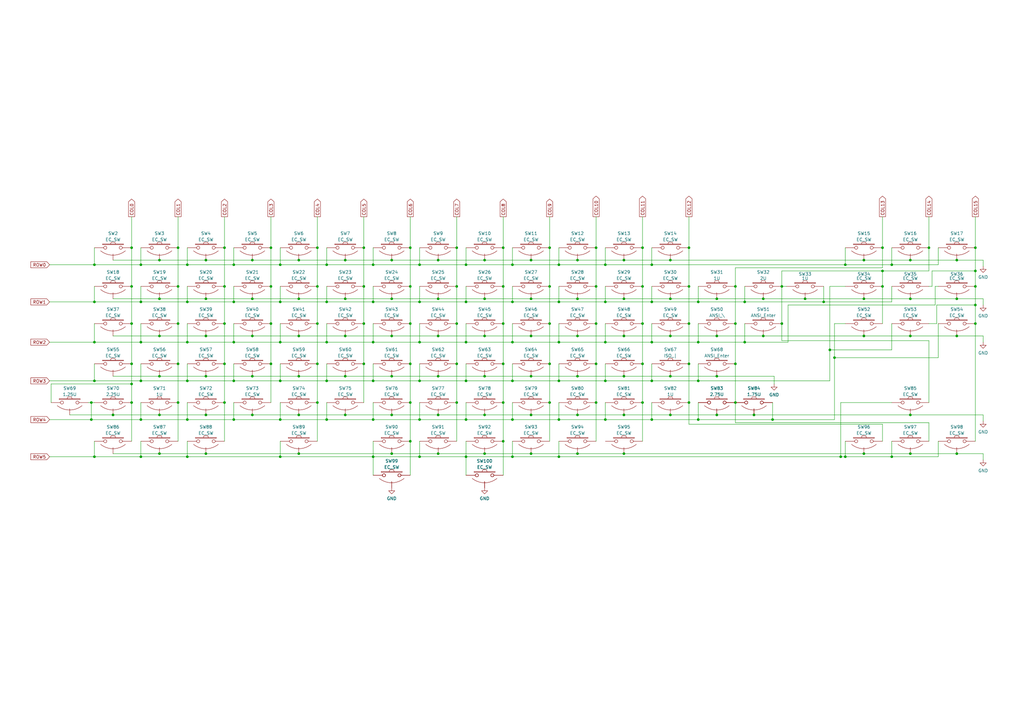
<source format=kicad_sch>
(kicad_sch (version 20211123) (generator eeschema)
  (paper "A3")
  (title_block (title "RF_R1_8-9Xu PCB - Matrix") (date "2022-08-01") (rev "1") (company "Cipulot PCB Design ") (comment 1 "MIT License") (comment 2 "Cipulot"))
  (junction (at 57.785 108.585))
  (junction (at 153.035 187.325))
  (junction (at 263.525 132.715))
  (junction (at 84.455 186.055))
  (junction (at 309.245 170.18))
  (junction (at 38.735 156.21))
  (junction (at 206.375 180.975))
  (junction (at 210.185 108.585))
  (junction (at 217.805 106.68))
  (junction (at 373.38 122.555))
  (junction (at 282.575 165.1))
  (junction (at 103.505 106.68))
  (junction (at 365.76 108.585))
  (junction (at 191.135 123.825))
  (junction (at 373.38 137.795))
  (junction (at 187.325 132.715))
  (junction (at 149.225 101.6))
  (junction (at 53.975 132.715))
  (junction (at 206.375 149.225))
  (junction (at 76.835 156.21))
  (junction (at 38.735 140.335))
  (junction (at 191.135 156.21))
  (junction (at 236.855 186.055))
  (junction (at 392.43 122.555))
  (junction (at 381 101.6))
  (junction (at 320.675 117.475))
  (junction (at 172.085 123.825))
  (junction (at 130.175 149.225))
  (junction (at 187.325 149.225))
  (junction (at 168.275 101.6))
  (junction (at 114.935 108.585))
  (junction (at 294.005 122.555))
  (junction (at 172.085 172.085))
  (junction (at 255.905 106.68))
  (junction (at 274.955 122.555))
  (junction (at 255.905 122.555))
  (junction (at 274.955 170.18))
  (junction (at 46.355 170.18))
  (junction (at 65.405 170.18))
  (junction (at 217.805 122.555))
  (junction (at 38.735 108.585))
  (junction (at 92.075 165.1))
  (junction (at 282.575 149.225))
  (junction (at 168.275 132.715))
  (junction (at 198.755 186.055))
  (junction (at 38.735 123.825))
  (junction (at 274.955 137.795))
  (junction (at 149.225 149.225))
  (junction (at 172.085 187.325))
  (junction (at 57.785 156.21))
  (junction (at 236.855 122.555))
  (junction (at 210.185 123.825))
  (junction (at 160.655 170.18))
  (junction (at 122.555 186.055))
  (junction (at 76.835 172.085))
  (junction (at 130.175 165.1))
  (junction (at 179.705 154.305))
  (junction (at 111.125 149.225))
  (junction (at 198.755 106.68))
  (junction (at 294.005 170.18))
  (junction (at 225.425 165.1))
  (junction (at 361.95 101.6))
  (junction (at 57.785 172.085))
  (junction (at 217.805 170.18))
  (junction (at 244.475 101.6))
  (junction (at 53.975 157.48))
  (junction (at 114.935 140.335))
  (junction (at 365.76 187.325))
  (junction (at 301.625 165.1))
  (junction (at 73.025 165.1))
  (junction (at 38.735 187.325))
  (junction (at 103.505 154.305))
  (junction (at 130.175 117.475))
  (junction (at 111.125 117.475))
  (junction (at 141.605 170.18))
  (junction (at 305.435 123.825))
  (junction (at 198.755 170.18))
  (junction (at 286.385 123.825))
  (junction (at 286.385 172.085))
  (junction (at 84.455 137.795))
  (junction (at 282.575 117.475))
  (junction (at 191.135 140.335))
  (junction (at 37.465 172.085))
  (junction (at 244.475 165.1))
  (junction (at 111.125 132.715))
  (junction (at 153.035 172.085))
  (junction (at 73.025 101.6))
  (junction (at 248.285 123.825))
  (junction (at 133.985 172.085))
  (junction (at 313.055 137.795))
  (junction (at 191.135 172.085))
  (junction (at 73.025 132.715))
  (junction (at 76.835 140.335))
  (junction (at 53.975 117.475))
  (junction (at 84.455 122.555))
  (junction (at 95.885 123.825))
  (junction (at 141.605 154.305))
  (junction (at 305.435 140.335))
  (junction (at 57.785 140.335))
  (junction (at 76.835 108.585))
  (junction (at 53.975 101.6))
  (junction (at 229.235 172.085))
  (junction (at 210.185 172.085))
  (junction (at 153.035 140.335))
  (junction (at 392.43 186.055))
  (junction (at 255.905 186.055))
  (junction (at 130.175 101.6))
  (junction (at 95.885 156.21))
  (junction (at 141.605 106.68))
  (junction (at 248.285 108.585))
  (junction (at 354.33 106.68))
  (junction (at 400.05 117.475))
  (junction (at 267.335 123.825))
  (junction (at 95.885 172.085))
  (junction (at 346.71 108.585))
  (junction (at 210.185 140.335))
  (junction (at 210.185 187.325))
  (junction (at 92.075 132.715))
  (junction (at 361.95 117.475))
  (junction (at 263.525 117.475))
  (junction (at 65.405 186.055))
  (junction (at 400.05 101.6))
  (junction (at 76.835 187.325))
  (junction (at 229.235 123.825))
  (junction (at 172.085 140.335))
  (junction (at 57.785 187.325))
  (junction (at 187.325 101.6))
  (junction (at 172.085 156.21))
  (junction (at 168.275 180.975))
  (junction (at 73.025 149.225))
  (junction (at 346.71 187.325))
  (junction (at 244.475 132.715))
  (junction (at 149.225 117.475))
  (junction (at 153.035 108.585))
  (junction (at 92.075 117.475))
  (junction (at 400.05 125.095))
  (junction (at 236.855 137.795))
  (junction (at 65.405 106.68))
  (junction (at 210.185 156.21))
  (junction (at 229.235 108.585))
  (junction (at 57.785 123.825))
  (junction (at 179.705 170.18))
  (junction (at 160.655 122.555))
  (junction (at 267.335 108.585))
  (junction (at 225.425 149.225))
  (junction (at 53.975 149.225))
  (junction (at 225.425 117.475))
  (junction (at 294.005 137.795))
  (junction (at 248.285 156.21))
  (junction (at 133.985 140.335))
  (junction (at 133.985 108.585))
  (junction (at 267.335 156.21))
  (junction (at 84.455 106.68))
  (junction (at 244.475 149.225))
  (junction (at 65.405 137.795))
  (junction (at 225.425 132.715))
  (junction (at 236.855 170.18))
  (junction (at 133.985 123.825))
  (junction (at 392.43 137.795))
  (junction (at 84.455 154.305))
  (junction (at 187.325 117.475))
  (junction (at 130.175 132.715))
  (junction (at 191.135 187.325))
  (junction (at 263.525 101.6))
  (junction (at 76.835 123.825))
  (junction (at 340.36 143.51))
  (junction (at 149.225 132.715))
  (junction (at 248.285 140.335))
  (junction (at 103.505 122.555))
  (junction (at 122.555 170.18))
  (junction (at 114.935 156.21))
  (junction (at 267.335 140.335))
  (junction (at 217.805 186.055))
  (junction (at 191.135 108.585))
  (junction (at 248.285 172.085))
  (junction (at 65.405 154.305))
  (junction (at 229.235 140.335))
  (junction (at 73.025 117.475))
  (junction (at 354.33 137.795))
  (junction (at 255.905 170.18))
  (junction (at 114.935 187.325))
  (junction (at 206.375 117.475))
  (junction (at 187.325 165.1))
  (junction (at 141.605 122.555))
  (junction (at 342.265 146.685))
  (junction (at 320.675 132.715))
  (junction (at 114.935 172.085))
  (junction (at 286.385 140.335))
  (junction (at 160.655 186.055))
  (junction (at 274.955 106.68))
  (junction (at 225.425 101.6))
  (junction (at 179.705 122.555))
  (junction (at 373.38 186.055))
  (junction (at 153.035 123.825))
  (junction (at 198.755 122.555))
  (junction (at 95.885 140.335))
  (junction (at 236.855 106.68))
  (junction (at 206.375 132.715))
  (junction (at 301.625 132.715))
  (junction (at 316.865 172.085))
  (junction (at 294.005 154.305))
  (junction (at 263.525 149.225))
  (junction (at 206.375 101.6))
  (junction (at 168.275 117.475))
  (junction (at 282.575 101.6))
  (junction (at 330.2 122.555))
  (junction (at 179.705 186.055))
  (junction (at 141.605 137.795))
  (junction (at 160.655 137.795))
  (junction (at 229.235 187.325))
  (junction (at 168.275 149.225))
  (junction (at 400.05 132.715))
  (junction (at 160.655 106.68))
  (junction (at 313.055 122.555))
  (junction (at 92.075 149.225))
  (junction (at 179.705 137.795))
  (junction (at 172.085 108.585))
  (junction (at 122.555 137.795))
  (junction (at 255.905 137.795))
  (junction (at 53.975 165.1))
  (junction (at 392.43 106.68))
  (junction (at 160.655 154.305))
  (junction (at 354.33 122.555))
  (junction (at 267.335 172.085))
  (junction (at 400.05 111.125))
  (junction (at 286.385 156.21))
  (junction (at 373.38 170.18))
  (junction (at 95.885 108.585))
  (junction (at 263.525 165.1))
  (junction (at 114.935 123.825))
  (junction (at 103.505 137.795))
  (junction (at 168.275 165.1))
  (junction (at 229.235 156.21))
  (junction (at 217.805 137.795))
  (junction (at 337.82 123.825))
  (junction (at 301.625 149.225))
  (junction (at 111.125 101.6))
  (junction (at 103.505 170.18))
  (junction (at 361.95 111.125))
  (junction (at 198.755 137.795))
  (junction (at 84.455 170.18))
  (junction (at 92.075 101.6))
  (junction (at 255.905 154.305))
  (junction (at 274.955 154.305))
  (junction (at 37.465 165.1))
  (junction (at 206.375 165.1))
  (junction (at 236.855 154.305))
  (junction (at 282.575 132.715))
  (junction (at 301.625 117.475))
  (junction (at 217.805 154.305))
  (junction (at 122.555 154.305))
  (junction (at 133.985 156.21))
  (junction (at 373.38 106.68))
  (junction (at 65.405 122.555))
  (junction (at 344.805 187.325))
  (junction (at 244.475 117.475))
  (junction (at 122.555 106.68))
  (junction (at 354.33 186.055))
  (junction (at 198.755 154.305))
  (junction (at 179.705 106.68))
  (junction (at 122.555 122.555))
  (junction (at 153.035 156.21))
  (wire (pts (xy 403.225 137.795) (xy 392.43 137.795)))
  (wire (pts (xy 92.075 117.475) (xy 92.075 132.715)))
  (wire (pts (xy 210.185 117.475) (xy 210.185 123.825)))
  (wire (pts (xy 382.27 111.125) (xy 400.05 111.125)))
  (wire (pts (xy 191.135 132.715) (xy 191.135 140.335)))
  (wire (pts (xy 57.785 132.715) (xy 57.785 140.335)))
  (wire (pts (xy 346.71 101.6) (xy 346.71 108.585)))
  (wire (pts (xy 282.575 88.9) (xy 282.575 101.6)))
  (wire (pts (xy 305.435 117.475) (xy 305.435 123.825)))
  (wire (pts (xy 225.425 132.715) (xy 225.425 149.225)))
  (wire (pts (xy 160.655 186.055) (xy 179.705 186.055)))
  (wire (pts (xy 361.95 117.475) (xy 361.95 132.715)))
  (wire (pts (xy 187.325 149.225) (xy 187.325 165.1)))
  (wire (pts (xy 381 173.355) (xy 301.625 173.355)))
  (wire (pts (xy 36.195 165.1) (xy 37.465 165.1)))
  (wire (pts (xy 225.425 88.9) (xy 225.425 101.6)))
  (wire (pts (xy 46.355 186.055) (xy 65.405 186.055)))
  (wire (pts (xy 384.81 132.715) (xy 384.81 146.685)))
  (wire (pts (xy 210.185 108.585) (xy 229.235 108.585)))
  (wire (pts (xy 65.405 170.18) (xy 84.455 170.18)))
  (wire (pts (xy 95.885 140.335) (xy 114.935 140.335)))
  (wire (pts (xy 337.82 117.475) (xy 337.82 123.825)))
  (wire (pts (xy 133.985 165.1) (xy 133.985 172.085)))
  (wire (pts (xy 282.575 117.475) (xy 282.575 132.715)))
  (wire (pts (xy 229.235 180.975) (xy 229.235 187.325)))
  (wire (pts (xy 57.785 156.21) (xy 76.835 156.21)))
  (wire (pts (xy 187.325 165.1) (xy 187.325 180.975)))
  (wire (pts (xy 168.275 88.9) (xy 168.275 101.6)))
  (wire (pts (xy 172.085 101.6) (xy 172.085 108.585)))
  (wire (pts (xy 206.375 149.225) (xy 206.375 165.1)))
  (wire (pts (xy 384.175 125.095) (xy 400.05 125.095)))
  (wire (pts (xy 179.705 122.555) (xy 160.655 122.555)))
  (wire (pts (xy 76.835 108.585) (xy 95.885 108.585)))
  (wire (pts (xy 103.505 106.68) (xy 122.555 106.68)))
  (wire (pts (xy 274.955 137.795) (xy 294.005 137.795)))
  (wire (pts (xy 46.355 154.305) (xy 65.405 154.305)))
  (wire (pts (xy 361.95 101.6) (xy 361.95 109.855)))
  (wire (pts (xy 130.175 132.715) (xy 130.175 149.225)))
  (wire (pts (xy 57.785 108.585) (xy 76.835 108.585)))
  (wire (pts (xy 168.275 165.1) (xy 168.275 180.975)))
  (wire (pts (xy 92.075 165.1) (xy 92.075 180.975)))
  (wire (pts (xy 354.33 106.68) (xy 373.38 106.68)))
  (wire (pts (xy 217.805 137.795) (xy 236.855 137.795)))
  (wire (pts (xy 381 165.1) (xy 381 139.7)))
  (wire (pts (xy 103.505 154.305) (xy 122.555 154.305)))
  (wire (pts (xy 244.475 165.1) (xy 244.475 180.975)))
  (wire (pts (xy 206.375 88.9) (xy 206.375 101.6)))
  (wire (pts (xy 84.455 186.055) (xy 122.555 186.055)))
  (wire (pts (xy 263.525 149.225) (xy 263.525 165.1)))
  (wire (pts (xy 210.185 149.225) (xy 210.185 156.21)))
  (wire (pts (xy 344.805 187.325) (xy 346.71 187.325)))
  (wire (pts (xy 229.235 140.335) (xy 248.285 140.335)))
  (wire (pts (xy 229.235 172.085) (xy 248.285 172.085)))
  (wire (pts (xy 20.32 187.325) (xy 38.735 187.325)))
  (wire (pts (xy 153.035 180.975) (xy 153.035 187.325)))
  (wire (pts (xy 130.175 149.225) (xy 130.175 165.1)))
  (wire (pts (xy 76.835 140.335) (xy 95.885 140.335)))
  (wire (pts (xy 309.245 170.18) (xy 373.38 170.18)))
  (wire (pts (xy 340.36 143.51) (xy 365.76 143.51)))
  (wire (pts (xy 172.085 172.085) (xy 191.135 172.085)))
  (wire (pts (xy 122.555 170.18) (xy 141.605 170.18)))
  (wire (pts (xy 153.035 172.085) (xy 172.085 172.085)))
  (wire (pts (xy 305.435 132.715) (xy 305.435 140.335)))
  (wire (pts (xy 133.985 101.6) (xy 133.985 108.585)))
  (wire (pts (xy 267.335 117.475) (xy 267.335 123.825)))
  (wire (pts (xy 65.405 137.795) (xy 84.455 137.795)))
  (wire (pts (xy 122.555 154.305) (xy 141.605 154.305)))
  (wire (pts (xy 57.785 165.1) (xy 57.785 172.085)))
  (wire (pts (xy 210.185 156.21) (xy 229.235 156.21)))
  (wire (pts (xy 172.085 149.225) (xy 172.085 156.21)))
  (wire (pts (xy 153.035 156.21) (xy 172.085 156.21)))
  (wire (pts (xy 381 132.715) (xy 384.175 132.715)))
  (wire (pts (xy 206.375 165.1) (xy 206.375 180.975)))
  (wire (pts (xy 103.505 170.18) (xy 122.555 170.18)))
  (wire (pts (xy 73.025 101.6) (xy 73.025 117.475)))
  (wire (pts (xy 381 180.975) (xy 381 173.355)))
  (wire (pts (xy 20.955 165.1) (xy 20.955 157.48)))
  (wire (pts (xy 316.865 172.085) (xy 286.385 172.085)))
  (wire (pts (xy 172.085 123.825) (xy 191.135 123.825)))
  (wire (pts (xy 149.225 117.475) (xy 149.225 132.715)))
  (wire (pts (xy 153.035 149.225) (xy 153.035 156.21)))
  (wire (pts (xy 373.38 122.555) (xy 354.33 122.555)))
  (wire (pts (xy 294.005 137.795) (xy 313.055 137.795)))
  (wire (pts (xy 384.81 101.6) (xy 384.81 108.585)))
  (wire (pts (xy 282.575 101.6) (xy 282.575 117.475)))
  (wire (pts (xy 168.275 180.975) (xy 168.275 194.945)))
  (wire (pts (xy 149.225 88.9) (xy 149.225 101.6)))
  (wire (pts (xy 217.805 170.18) (xy 236.855 170.18)))
  (wire (pts (xy 92.075 88.9) (xy 92.075 101.6)))
  (wire (pts (xy 160.655 170.18) (xy 179.705 170.18)))
  (wire (pts (xy 365.76 180.975) (xy 365.76 187.325)))
  (wire (pts (xy 198.755 137.795) (xy 217.805 137.795)))
  (wire (pts (xy 210.185 101.6) (xy 210.185 108.585)))
  (wire (pts (xy 340.36 143.51) (xy 340.36 156.21)))
  (wire (pts (xy 172.085 156.21) (xy 191.135 156.21)))
  (wire (pts (xy 225.425 149.225) (xy 225.425 165.1)))
  (wire (pts (xy 95.885 108.585) (xy 114.935 108.585)))
  (wire (pts (xy 153.035 117.475) (xy 153.035 123.825)))
  (wire (pts (xy 244.475 132.715) (xy 244.475 149.225)))
  (wire (pts (xy 191.135 101.6) (xy 191.135 108.585)))
  (wire (pts (xy 267.335 149.225) (xy 267.335 156.21)))
  (wire (pts (xy 381 88.9) (xy 381 101.6)))
  (wire (pts (xy 313.055 122.555) (xy 294.005 122.555)))
  (wire (pts (xy 382.27 117.475) (xy 381 117.475)))
  (wire (pts (xy 198.755 154.305) (xy 217.805 154.305)))
  (wire (pts (xy 206.375 117.475) (xy 206.375 132.715)))
  (wire (pts (xy 191.135 180.975) (xy 191.135 187.325)))
  (wire (pts (xy 187.325 117.475) (xy 187.325 132.715)))
  (wire (pts (xy 65.405 154.305) (xy 84.455 154.305)))
  (wire (pts (xy 191.135 165.1) (xy 191.135 172.085)))
  (wire (pts (xy 172.085 132.715) (xy 172.085 140.335)))
  (wire (pts (xy 95.885 132.715) (xy 95.885 140.335)))
  (wire (pts (xy 263.525 101.6) (xy 263.525 117.475)))
  (wire (pts (xy 301.625 109.855) (xy 301.625 117.475)))
  (wire (pts (xy 255.905 137.795) (xy 274.955 137.795)))
  (wire (pts (xy 282.575 173.99) (xy 282.575 165.1)))
  (wire (pts (xy 274.955 106.68) (xy 354.33 106.68)))
  (wire (pts (xy 274.955 122.555) (xy 255.905 122.555)))
  (wire (pts (xy 225.425 101.6) (xy 225.425 117.475)))
  (wire (pts (xy 38.735 165.1) (xy 37.465 165.1)))
  (wire (pts (xy 248.285 149.225) (xy 248.285 156.21)))
  (wire (pts (xy 255.905 154.305) (xy 274.955 154.305)))
  (wire (pts (xy 179.705 106.68) (xy 198.755 106.68)))
  (wire (pts (xy 236.855 170.18) (xy 255.905 170.18)))
  (wire (pts (xy 229.235 117.475) (xy 229.235 123.825)))
  (wire (pts (xy 111.125 149.225) (xy 111.125 165.1)))
  (wire (pts (xy 400.05 132.715) (xy 400.05 180.975)))
  (wire (pts (xy 323.215 125.095) (xy 323.215 140.335)))
  (wire (pts (xy 361.95 88.9) (xy 361.95 101.6)))
  (wire (pts (xy 133.985 123.825) (xy 153.035 123.825)))
  (wire (pts (xy 365.76 123.825) (xy 337.82 123.825)))
  (wire (pts (xy 286.385 123.825) (xy 305.435 123.825)))
  (wire (pts (xy 114.935 123.825) (xy 133.985 123.825)))
  (wire (pts (xy 373.38 186.055) (xy 392.43 186.055)))
  (wire (pts (xy 179.705 186.055) (xy 198.755 186.055)))
  (wire (pts (xy 114.935 156.21) (xy 133.985 156.21)))
  (wire (pts (xy 320.675 139.7) (xy 320.675 132.715)))
  (wire (pts (xy 403.225 170.18) (xy 403.225 172.72)))
  (wire (pts (xy 267.335 172.085) (xy 286.385 172.085)))
  (wire (pts (xy 133.985 140.335) (xy 153.035 140.335)))
  (wire (pts (xy 73.025 132.715) (xy 73.025 149.225)))
  (wire (pts (xy 354.33 137.795) (xy 373.38 137.795)))
  (wire (pts (xy 301.625 117.475) (xy 301.625 132.715)))
  (wire (pts (xy 229.235 101.6) (xy 229.235 108.585)))
  (wire (pts (xy 76.835 117.475) (xy 76.835 123.825)))
  (wire (pts (xy 286.385 132.715) (xy 286.385 140.335)))
  (wire (pts (xy 198.755 106.68) (xy 217.805 106.68)))
  (wire (pts (xy 76.835 172.085) (xy 95.885 172.085)))
  (wire (pts (xy 206.375 101.6) (xy 206.375 117.475)))
  (wire (pts (xy 382.27 117.475) (xy 382.27 111.125)))
  (wire (pts (xy 191.135 172.085) (xy 210.185 172.085)))
  (wire (pts (xy 122.555 137.795) (xy 141.605 137.795)))
  (wire (pts (xy 317.5 157.48) (xy 317.5 154.305)))
  (wire (pts (xy 263.525 165.1) (xy 263.525 180.975)))
  (wire (pts (xy 381 111.125) (xy 361.95 111.125)))
  (wire (pts (xy 403.225 106.68) (xy 403.225 109.22)))
  (wire (pts (xy 294.005 122.555) (xy 274.955 122.555)))
  (wire (pts (xy 168.275 149.225) (xy 168.275 165.1)))
  (wire (pts (xy 76.835 180.975) (xy 76.835 187.325)))
  (wire (pts (xy 38.735 180.975) (xy 38.735 187.325)))
  (wire (pts (xy 323.215 140.335) (xy 305.435 140.335)))
  (wire (pts (xy 133.985 132.715) (xy 133.985 140.335)))
  (wire (pts (xy 57.785 180.975) (xy 57.785 187.325)))
  (wire (pts (xy 267.335 132.715) (xy 267.335 140.335)))
  (wire (pts (xy 172.085 165.1) (xy 172.085 172.085)))
  (wire (pts (xy 57.785 117.475) (xy 57.785 123.825)))
  (wire (pts (xy 340.36 156.21) (xy 286.385 156.21)))
  (wire (pts (xy 73.025 165.1) (xy 73.025 180.975)))
  (wire (pts (xy 400.05 88.9) (xy 400.05 101.6)))
  (wire (pts (xy 57.785 140.335) (xy 76.835 140.335)))
  (wire (pts (xy 229.235 156.21) (xy 248.285 156.21)))
  (wire (pts (xy 84.455 106.68) (xy 103.505 106.68)))
  (wire (pts (xy 38.735 132.715) (xy 38.735 140.335)))
  (wire (pts (xy 229.235 132.715) (xy 229.235 140.335)))
  (wire (pts (xy 244.475 88.9) (xy 244.475 101.6)))
  (wire (pts (xy 114.935 108.585) (xy 133.985 108.585)))
  (wire (pts (xy 244.475 101.6) (xy 244.475 117.475)))
  (wire (pts (xy 76.835 187.325) (xy 114.935 187.325)))
  (wire (pts (xy 342.265 172.085) (xy 316.865 172.085)))
  (wire (pts (xy 160.655 122.555) (xy 141.605 122.555)))
  (wire (pts (xy 191.135 187.325) (xy 191.135 194.945)))
  (wire (pts (xy 57.785 187.325) (xy 76.835 187.325)))
  (wire (pts (xy 346.71 117.475) (xy 340.36 117.475)))
  (wire (pts (xy 95.885 101.6) (xy 95.885 108.585)))
  (wire (pts (xy 301.625 132.715) (xy 301.625 149.225)))
  (wire (pts (xy 383.54 117.475) (xy 383.54 125.095)))
  (wire (pts (xy 361.95 173.99) (xy 282.575 173.99)))
  (wire (pts (xy 65.405 106.68) (xy 84.455 106.68)))
  (wire (pts (xy 20.32 156.21) (xy 38.735 156.21)))
  (wire (pts (xy 191.135 108.585) (xy 210.185 108.585)))
  (wire (pts (xy 361.95 111.125) (xy 361.95 117.475)))
  (wire (pts (xy 38.735 149.225) (xy 38.735 156.21)))
  (wire (pts (xy 160.655 154.305) (xy 179.705 154.305)))
  (wire (pts (xy 76.835 156.21) (xy 95.885 156.21)))
  (wire (pts (xy 400.05 111.125) (xy 400.05 117.475)))
  (wire (pts (xy 403.225 137.795) (xy 403.225 140.335)))
  (wire (pts (xy 191.135 117.475) (xy 191.135 123.825)))
  (wire (pts (xy 141.605 137.795) (xy 160.655 137.795)))
  (wire (pts (xy 248.285 172.085) (xy 267.335 172.085)))
  (wire (pts (xy 400.05 117.475) (xy 400.05 125.095)))
  (wire (pts (xy 400.05 125.095) (xy 400.05 132.715)))
  (wire (pts (xy 330.2 122.555) (xy 313.055 122.555)))
  (wire (pts (xy 153.035 132.715) (xy 153.035 140.335)))
  (wire (pts (xy 392.43 122.555) (xy 373.38 122.555)))
  (wire (pts (xy 179.705 170.18) (xy 198.755 170.18)))
  (wire (pts (xy 346.71 187.325) (xy 365.76 187.325)))
  (wire (pts (xy 365.76 117.475) (xy 365.76 123.825)))
  (wire (pts (xy 255.905 106.68) (xy 274.955 106.68)))
  (wire (pts (xy 73.025 88.9) (xy 73.025 101.6)))
  (wire (pts (xy 210.185 123.825) (xy 229.235 123.825)))
  (wire (pts (xy 320.675 117.475) (xy 320.675 132.715)))
  (wire (pts (xy 198.755 122.555) (xy 179.705 122.555)))
  (wire (pts (xy 330.2 122.555) (xy 354.33 122.555)))
  (wire (pts (xy 403.225 106.68) (xy 392.43 106.68)))
  (wire (pts (xy 160.655 137.795) (xy 179.705 137.795)))
  (wire (pts (xy 53.975 117.475) (xy 53.975 132.715)))
  (wire (pts (xy 320.675 117.475) (xy 322.58 117.475)))
  (wire (pts (xy 365.76 187.325) (xy 384.81 187.325)))
  (wire (pts (xy 172.085 117.475) (xy 172.085 123.825)))
  (wire (pts (xy 403.225 186.055) (xy 403.225 188.595)))
  (wire (pts (xy 95.885 123.825) (xy 114.935 123.825)))
  (wire (pts (xy 286.385 149.225) (xy 286.385 156.21)))
  (wire (pts (xy 229.235 149.225) (xy 229.235 156.21)))
  (wire (pts (xy 168.275 101.6) (xy 168.275 117.475)))
  (wire (pts (xy 263.525 117.475) (xy 263.525 132.715)))
  (wire (pts (xy 53.975 157.48) (xy 53.975 165.1)))
  (wire (pts (xy 361.95 111.125) (xy 320.675 111.125)))
  (wire (pts (xy 95.885 149.225) (xy 95.885 156.21)))
  (wire (pts (xy 344.805 165.1) (xy 344.805 187.325)))
  (wire (pts (xy 172.085 140.335) (xy 191.135 140.335)))
  (wire (pts (xy 248.285 117.475) (xy 248.285 123.825)))
  (wire (pts (xy 236.855 137.795) (xy 255.905 137.795)))
  (wire (pts (xy 365.76 132.715) (xy 365.76 143.51)))
  (wire (pts (xy 346.71 108.585) (xy 267.335 108.585)))
  (wire (pts (xy 149.225 101.6) (xy 149.225 117.475)))
  (wire (pts (xy 354.33 186.055) (xy 373.38 186.055)))
  (wire (pts (xy 217.805 106.68) (xy 236.855 106.68)))
  (wire (pts (xy 403.225 122.555) (xy 392.43 122.555)))
  (wire (pts (xy 92.075 149.225) (xy 92.075 165.1)))
  (wire (pts (xy 179.705 154.305) (xy 198.755 154.305)))
  (wire (pts (xy 76.835 149.225) (xy 76.835 156.21)))
  (wire (pts (xy 229.235 165.1) (xy 229.235 172.085)))
  (wire (pts (xy 172.085 187.325) (xy 191.135 187.325)))
  (wire (pts (xy 76.835 101.6) (xy 76.835 108.585)))
  (wire (pts (xy 76.835 123.825) (xy 95.885 123.825)))
  (wire (pts (xy 153.035 187.325) (xy 172.085 187.325)))
  (wire (pts (xy 73.025 149.225) (xy 73.025 165.1)))
  (wire (pts (xy 179.705 137.795) (xy 198.755 137.795)))
  (wire (pts (xy 28.575 170.18) (xy 46.355 170.18)))
  (wire (pts (xy 229.235 108.585) (xy 248.285 108.585)))
  (wire (pts (xy 141.605 154.305) (xy 160.655 154.305)))
  (wire (pts (xy 53.975 149.225) (xy 53.975 157.48)))
  (wire (pts (xy 168.275 132.715) (xy 168.275 149.225)))
  (wire (pts (xy 294.005 170.18) (xy 309.245 170.18)))
  (wire (pts (xy 236.855 122.555) (xy 217.805 122.555)))
  (wire (pts (xy 114.935 149.225) (xy 114.935 156.21)))
  (wire (pts (xy 57.785 149.225) (xy 57.785 156.21)))
  (wire (pts (xy 122.555 106.68) (xy 141.605 106.68)))
  (wire (pts (xy 236.855 186.055) (xy 255.905 186.055)))
  (wire (pts (xy 57.785 172.085) (xy 76.835 172.085)))
  (wire (pts (xy 274.955 170.18) (xy 294.005 170.18)))
  (wire (pts (xy 130.175 88.9) (xy 130.175 101.6)))
  (wire (pts (xy 267.335 123.825) (xy 286.385 123.825)))
  (wire (pts (xy 381 139.7) (xy 320.675 139.7)))
  (wire (pts (xy 236.855 154.305) (xy 255.905 154.305)))
  (wire (pts (xy 172.085 180.975) (xy 172.085 187.325)))
  (wire (pts (xy 229.235 187.325) (xy 344.805 187.325)))
  (wire (pts (xy 210.185 165.1) (xy 210.185 172.085)))
  (wire (pts (xy 248.285 123.825) (xy 267.335 123.825)))
  (wire (pts (xy 122.555 186.055) (xy 160.655 186.055)))
  (wire (pts (xy 217.805 122.555) (xy 198.755 122.555)))
  (wire (pts (xy 111.125 88.9) (xy 111.125 101.6)))
  (wire (pts (xy 191.135 149.225) (xy 191.135 156.21)))
  (wire (pts (xy 38.735 108.585) (xy 57.785 108.585)))
  (wire (pts (xy 53.975 88.9) (xy 53.975 101.6)))
  (wire (pts (xy 263.525 88.9) (xy 263.525 101.6)))
  (wire (pts (xy 84.455 137.795) (xy 103.505 137.795)))
  (wire (pts (xy 160.655 106.68) (xy 179.705 106.68)))
  (wire (pts (xy 38.735 117.475) (xy 38.735 123.825)))
  (wire (pts (xy 198.755 170.18) (xy 217.805 170.18)))
  (wire (pts (xy 103.505 137.795) (xy 122.555 137.795)))
  (wire (pts (xy 210.185 132.715) (xy 210.185 140.335)))
  (wire (pts (xy 76.835 132.715) (xy 76.835 140.335)))
  (wire (pts (xy 365.76 108.585) (xy 346.71 108.585)))
  (wire (pts (xy 225.425 117.475) (xy 225.425 132.715)))
  (wire (pts (xy 267.335 156.21) (xy 286.385 156.21)))
  (wire (pts (xy 384.175 132.715) (xy 384.175 125.095)))
  (wire (pts (xy 103.505 122.555) (xy 84.455 122.555)))
  (wire (pts (xy 20.32 123.825) (xy 38.735 123.825)))
  (wire (pts (xy 76.835 165.1) (xy 76.835 172.085)))
  (wire (pts (xy 38.735 101.6) (xy 38.735 108.585)))
  (wire (pts (xy 301.625 149.225) (xy 301.625 165.1)))
  (wire (pts (xy 95.885 165.1) (xy 95.885 172.085)))
  (wire (pts (xy 111.125 117.475) (xy 111.125 132.715)))
  (wire (pts (xy 153.035 123.825) (xy 172.085 123.825)))
  (wire (pts (xy 383.54 117.475) (xy 384.81 117.475)))
  (wire (pts (xy 198.755 186.055) (xy 217.805 186.055)))
  (wire (pts (xy 133.985 156.21) (xy 153.035 156.21)))
  (wire (pts (xy 46.355 137.795) (xy 65.405 137.795)))
  (wire (pts (xy 65.405 122.555) (xy 46.355 122.555)))
  (wire (pts (xy 53.975 132.715) (xy 53.975 149.225)))
  (wire (pts (xy 114.935 140.335) (xy 133.985 140.335)))
  (wire (pts (xy 20.32 108.585) (xy 38.735 108.585)))
  (wire (pts (xy 248.285 108.585) (xy 267.335 108.585)))
  (wire (pts (xy 114.935 101.6) (xy 114.935 108.585)))
  (wire (pts (xy 286.385 165.1) (xy 286.385 172.085)))
  (wire (pts (xy 95.885 156.21) (xy 114.935 156.21)))
  (wire (pts (xy 255.905 186.055) (xy 354.33 186.055)))
  (wire (pts (xy 286.385 140.335) (xy 305.435 140.335)))
  (wire (pts (xy 149.225 132.715) (xy 149.225 149.225)))
  (wire (pts (xy 53.975 165.1) (xy 53.975 180.975)))
  (wire (pts (xy 133.985 108.585) (xy 153.035 108.585)))
  (wire (pts (xy 133.985 172.085) (xy 153.035 172.085)))
  (wire (pts (xy 53.975 101.6) (xy 53.975 117.475)))
  (wire (pts (xy 46.355 106.68) (xy 65.405 106.68)))
  (wire (pts (xy 340.36 117.475) (xy 340.36 143.51)))
  (wire (pts (xy 38.735 156.21) (xy 57.785 156.21)))
  (wire (pts (xy 361.95 180.975) (xy 361.95 173.99)))
  (wire (pts (xy 57.785 101.6) (xy 57.785 108.585)))
  (wire (pts (xy 92.075 132.715) (xy 92.075 149.225)))
  (wire (pts (xy 114.935 132.715) (xy 114.935 140.335)))
  (wire (pts (xy 46.355 170.18) (xy 65.405 170.18)))
  (wire (pts (xy 141.605 106.68) (xy 160.655 106.68)))
  (wire (pts (xy 111.125 101.6) (xy 111.125 117.475)))
  (wire (pts (xy 73.025 117.475) (xy 73.025 132.715)))
  (wire (pts (xy 342.265 146.685) (xy 342.265 172.085)))
  (wire (pts (xy 373.38 106.68) (xy 392.43 106.68)))
  (wire (pts (xy 114.935 172.085) (xy 133.985 172.085)))
  (wire (pts (xy 210.185 140.335) (xy 229.235 140.335)))
  (wire (pts (xy 381 101.6) (xy 381 111.125)))
  (wire (pts (xy 365.76 165.1) (xy 344.805 165.1)))
  (wire (pts (xy 37.465 165.1) (xy 37.465 172.085)))
  (wire (pts (xy 210.185 172.085) (xy 229.235 172.085)))
  (wire (pts (xy 384.81 180.975) (xy 384.81 187.325)))
  (wire (pts (xy 187.325 88.9) (xy 187.325 101.6)))
  (wire (pts (xy 365.76 101.6) (xy 365.76 108.585)))
  (wire (pts (xy 210.185 187.325) (xy 229.235 187.325)))
  (wire (pts (xy 111.125 132.715) (xy 111.125 149.225)))
  (wire (pts (xy 267.335 140.335) (xy 286.385 140.335)))
  (wire (pts (xy 168.275 117.475) (xy 168.275 132.715)))
  (wire (pts (xy 114.935 165.1) (xy 114.935 172.085)))
  (wire (pts (xy 217.805 154.305) (xy 236.855 154.305)))
  (wire (pts (xy 384.81 108.585) (xy 365.76 108.585)))
  (wire (pts (xy 267.335 165.1) (xy 267.335 172.085)))
  (wire (pts (xy 206.375 132.715) (xy 206.375 149.225)))
  (wire (pts (xy 141.605 122.555) (xy 122.555 122.555)))
  (wire (pts (xy 114.935 180.975) (xy 114.935 187.325)))
  (wire (pts (xy 153.035 140.335) (xy 172.085 140.335)))
  (wire (pts (xy 191.135 187.325) (xy 210.185 187.325)))
  (wire (pts (xy 38.735 187.325) (xy 57.785 187.325)))
  (wire (pts (xy 383.54 125.095) (xy 323.215 125.095)))
  (wire (pts (xy 38.735 123.825) (xy 57.785 123.825)))
  (wire (pts (xy 248.285 156.21) (xy 267.335 156.21)))
  (wire (pts (xy 317.5 154.305) (xy 294.005 154.305)))
  (wire (pts (xy 286.385 117.475) (xy 286.385 123.825)))
  (wire (pts (xy 187.325 132.715) (xy 187.325 149.225)))
  (wire (pts (xy 38.735 140.335) (xy 57.785 140.335)))
  (wire (pts (xy 403.225 186.055) (xy 392.43 186.055)))
  (wire (pts (xy 84.455 154.305) (xy 103.505 154.305)))
  (wire (pts (xy 65.405 186.055) (xy 84.455 186.055)))
  (wire (pts (xy 141.605 170.18) (xy 160.655 170.18)))
  (wire (pts (xy 122.555 122.555) (xy 103.505 122.555)))
  (wire (pts (xy 206.375 180.975) (xy 206.375 194.945)))
  (wire (pts (xy 274.955 154.305) (xy 294.005 154.305)))
  (wire (pts (xy 244.475 149.225) (xy 244.475 165.1)))
  (wire (pts (xy 248.285 140.335) (xy 267.335 140.335)))
  (wire (pts (xy 130.175 165.1) (xy 130.175 180.975)))
  (wire (pts (xy 133.985 117.475) (xy 133.985 123.825)))
  (wire (pts (xy 20.32 172.085) (xy 37.465 172.085)))
  (wire (pts (xy 153.035 165.1) (xy 153.035 172.085)))
  (wire (pts (xy 248.285 101.6) (xy 248.285 108.585)))
  (wire (pts (xy 210.185 180.975) (xy 210.185 187.325)))
  (wire (pts (xy 133.985 149.225) (xy 133.985 156.21)))
  (wire (pts (xy 37.465 172.085) (xy 57.785 172.085)))
  (wire (pts (xy 153.035 187.325) (xy 153.035 194.945)))
  (wire (pts (xy 263.525 132.715) (xy 263.525 149.225)))
  (wire (pts (xy 320.675 111.125) (xy 320.675 117.475)))
  (wire (pts (xy 282.575 149.225) (xy 282.575 165.1)))
  (wire (pts (xy 313.055 137.795) (xy 354.33 137.795)))
  (wire (pts (xy 20.32 140.335) (xy 38.735 140.335)))
  (wire (pts (xy 236.855 106.68) (xy 255.905 106.68)))
  (wire (pts (xy 373.38 137.795) (xy 392.43 137.795)))
  (wire (pts (xy 373.38 170.18) (xy 403.225 170.18)))
  (wire (pts (xy 229.235 123.825) (xy 248.285 123.825)))
  (wire (pts (xy 149.225 149.225) (xy 149.225 165.1)))
  (wire (pts (xy 114.935 187.325) (xy 153.035 187.325)))
  (wire (pts (xy 255.905 170.18) (xy 274.955 170.18)))
  (wire (pts (xy 282.575 132.715) (xy 282.575 149.225)))
  (wire (pts (xy 217.805 186.055) (xy 236.855 186.055)))
  (wire (pts (xy 248.285 165.1) (xy 248.285 172.085)))
  (wire (pts (xy 346.71 180.975) (xy 346.71 187.325)))
  (wire (pts (xy 248.285 132.715) (xy 248.285 140.335)))
  (wire (pts (xy 305.435 123.825) (xy 337.82 123.825)))
  (wire (pts (xy 403.225 122.555) (xy 403.225 125.095)))
  (wire (pts (xy 172.085 108.585) (xy 191.135 108.585)))
  (wire (pts (xy 95.885 117.475) (xy 95.885 123.825)))
  (wire (pts (xy 342.265 132.715) (xy 342.265 146.685)))
  (wire (pts (xy 191.135 156.21) (xy 210.185 156.21)))
  (wire (pts (xy 225.425 165.1) (xy 225.425 180.975)))
  (wire (pts (xy 187.325 101.6) (xy 187.325 117.475)))
  (wire (pts (xy 57.785 123.825) (xy 76.835 123.825)))
  (wire (pts (xy 255.905 122.555) (xy 236.855 122.555)))
  (wire (pts (xy 92.075 101.6) (xy 92.075 117.475)))
  (wire (pts (xy 316.865 165.1) (xy 316.865 172.085)))
  (wire (pts (xy 95.885 172.085) (xy 114.935 172.085)))
  (wire (pts (xy 84.455 122.555) (xy 65.405 122.555)))
  (wire (pts (xy 130.175 117.475) (xy 130.175 132.715)))
  (wire (pts (xy 153.035 108.585) (xy 172.085 108.585)))
  (wire (pts (xy 267.335 101.6) (xy 267.335 108.585)))
  (wire (pts (xy 20.955 157.48) (xy 53.975 157.48)))
  (wire (pts (xy 130.175 101.6) (xy 130.175 117.475)))
  (wire (pts (xy 191.135 123.825) (xy 210.185 123.825)))
  (wire (pts (xy 244.475 117.475) (xy 244.475 132.715)))
  (wire (pts (xy 84.455 170.18) (xy 103.505 170.18)))
  (wire (pts (xy 361.95 109.855) (xy 301.625 109.855)))
  (wire (pts (xy 346.71 132.715) (xy 342.265 132.715)))
  (wire (pts (xy 114.935 117.475) (xy 114.935 123.825)))
  (wire (pts (xy 400.05 101.6) (xy 400.05 111.125)))
  (wire (pts (xy 301.625 173.355) (xy 301.625 165.1)))
  (wire (pts (xy 153.035 101.6) (xy 153.035 108.585)))
  (wire (pts (xy 384.81 146.685) (xy 342.265 146.685)))
  (wire (pts (xy 191.135 140.335) (xy 210.185 140.335)))
  (global_label "COL12" (shape output) (at 282.575 88.9 90) (property "Intersheet References" "${INTERSHEET_REFS}" (effects hide)))
  (global_label "COL15" (shape output) (at 400.05 88.9 90) (property "Intersheet References" "${INTERSHEET_REFS}" (effects hide)))
  (global_label "ROW1" (shape input) (at 20.32 123.825 180) (property "Intersheet References" "${INTERSHEET_REFS}" (effects hide)))
  (global_label "COL4" (shape output) (at 130.175 88.9 90) (property "Intersheet References" "${INTERSHEET_REFS}" (effects hide)))
  (global_label "COL8" (shape output) (at 206.375 88.9 90) (property "Intersheet References" "${INTERSHEET_REFS}" (effects hide)))
  (global_label "COL13" (shape output) (at 361.95 88.9 90) (property "Intersheet References" "${INTERSHEET_REFS}" (effects hide)))
  (global_label "ROW0" (shape input) (at 20.32 108.585 180) (property "Intersheet References" "${INTERSHEET_REFS}" (effects hide)))
  (global_label "COL0" (shape output) (at 53.975 88.9 90) (property "Intersheet References" "${INTERSHEET_REFS}" (effects hide)))
  (global_label "ROW4" (shape input) (at 20.32 172.085 180) (property "Intersheet References" "${INTERSHEET_REFS}" (effects hide)))
  (global_label "ROW2" (shape input) (at 20.32 140.335 180) (property "Intersheet References" "${INTERSHEET_REFS}" (effects hide)))
  (global_label "COL2" (shape output) (at 92.075 88.9 90) (property "Intersheet References" "${INTERSHEET_REFS}" (effects hide)))
  (global_label "COL10" (shape output) (at 244.475 88.9 90) (property "Intersheet References" "${INTERSHEET_REFS}" (effects hide)))
  (global_label "COL7" (shape output) (at 187.325 88.9 90) (property "Intersheet References" "${INTERSHEET_REFS}" (effects hide)))
  (global_label "COL1" (shape output) (at 73.025 88.9 90) (property "Intersheet References" "${INTERSHEET_REFS}" (effects hide)))
  (global_label "ROW3" (shape input) (at 20.32 156.21 180) (property "Intersheet References" "${INTERSHEET_REFS}" (effects hide)))
  (global_label "COL5" (shape output) (at 149.225 88.9 90) (property "Intersheet References" "${INTERSHEET_REFS}" (effects hide)))
  (global_label "COL9" (shape output) (at 225.425 88.9 90) (property "Intersheet References" "${INTERSHEET_REFS}" (effects hide)))
  (global_label "COL14" (shape output) (at 381 88.9 90) (property "Intersheet References" "${INTERSHEET_REFS}" (effects hide)))
  (global_label "COL6" (shape output) (at 168.275 88.9 90) (property "Intersheet References" "${INTERSHEET_REFS}" (effects hide)))
  (global_label "COL11" (shape output) (at 263.525 88.9 90) (property "Intersheet References" "${INTERSHEET_REFS}" (effects hide)))
  (global_label "ROW5" (shape input) (at 20.32 187.325 180) (property "Intersheet References" "${INTERSHEET_REFS}" (effects hide)))
  (global_label "COL3" (shape output) (at 111.125 88.9 90) (property "Intersheet References" "${INTERSHEET_REFS}" (effects hide)))
  (symbol (lib_id "cipulot_parts:EC_SW") (at 65.405 101.6 0) (unit 1)
    (property "Reference" "SW3" (at 65.405 95.7412 0))
    (property "Value" "EC_SW" (at 65.405 98.2781 0))
    (property "Footprint" "cipulot_parts:ecs_pad_no_ring" (effects hide))
  )
  (symbol (lib_id "cipulot_parts:EC_SW") (at 103.505 132.715 0) (unit 1)
    (property "Reference" "SW40" (at 103.505 126.8562 0))
    (property "Value" "EC_SW" (at 103.505 129.3931 0))
    (property "Footprint" "cipulot_parts:ecs_pad_no_ring" (effects hide))
  )
  (symbol (lib_id "cipulot_parts:EC_SW") (at 217.805 132.715 0) (unit 1)
    (property "Reference" "SW46" (at 217.805 126.8562 0))
    (property "Value" "EC_SW" (at 217.805 129.3931 0))
    (property "Footprint" "cipulot_parts:ecs_pad_no_ring" (effects hide))
  )
  (symbol (lib_id "cipulot_parts:EC_SW") (at 373.38 101.6 0) (unit 1)
    (property "Reference" "SW16" (at 373.38 95.7412 0))
    (property "Value" "EC_SW" (at 373.38 98.2781 0))
    (property "Footprint" "cipulot_parts:ecs_pad_no_ring" (effects hide))
  )
  (symbol (lib_id "cipulot_parts:EC_SW") (at 122.555 101.6 0) (unit 1)
    (property "Reference" "SW6" (at 122.555 95.7412 0))
    (property "Value" "EC_SW" (at 122.555 98.2781 0))
    (property "Footprint" "cipulot_parts:ecs_pad_no_ring" (effects hide))
  )
  (symbol (lib_id "cipulot_parts:EC_SW") (at 160.655 165.1 0) (unit 1)
    (property "Reference" "SW76" (at 160.655 159.2412 0))
    (property "Value" "EC_SW" (at 160.655 161.7781 0))
    (property "Footprint" "cipulot_parts:ecs_pad_no_ring" (effects hide))
  )
  (symbol (lib_id "cipulot_parts:EC_SW") (at 236.855 132.715 0) (unit 1)
    (property "Reference" "SW47" (at 236.855 126.8562 0))
    (property "Value" "EC_SW" (at 236.855 129.3931 0))
    (property "Footprint" "cipulot_parts:ecs_pad_no_ring" (effects hide))
  )
  (symbol (lib_id "cipulot_parts:EC_SW") (at 313.055 117.475 0) (unit 1)
    (property "Reference" "SW32" (at 313.055 111.6162 0))
    (property "Value" "2U" (at 313.055 114.1531 0))
    (property "Footprint" "cipulot_parts:ecs_pad_no_ring" (effects hide))
  )
  (symbol (lib_id "cipulot_parts:EC_SW") (at 141.605 149.225 0) (unit 1)
    (property "Reference" "SW60" (at 141.605 143.3662 0))
    (property "Value" "EC_SW" (at 141.605 145.9031 0))
    (property "Footprint" "cipulot_parts:ecs_pad_no_ring" (effects hide))
  )
  (symbol (lib_id "cipulot_parts:EC_SW") (at 217.805 180.975 0) (unit 1)
    (property "Reference" "SW93" (at 217.805 175.1162 0))
    (property "Value" "EC_SW" (at 217.805 177.6531 0))
    (property "Footprint" "cipulot_parts:ecs_pad_no_ring_stepped&normal" (effects hide))
  )
  (symbol (lib_id "cipulot_parts:EC_SW") (at 236.855 101.6 0) (unit 1)
    (property "Reference" "SW12" (at 236.855 95.7412 0))
    (property "Value" "EC_SW" (at 236.855 98.2781 0))
    (property "Footprint" "cipulot_parts:ecs_pad_no_ring" (effects hide))
  )
  (symbol (lib_id "cipulot_parts:EC_SW") (at 354.33 180.975 0) (unit 1)
    (property "Reference" "SW96" (at 354.33 175.1162 0))
    (property "Value" "EC_SW" (at 354.33 177.6531 0))
    (property "Footprint" "cipulot_parts:ecs_pad_no_ring" (effects hide))
  )
  (symbol (lib_id "cipulot_parts:EC_SW") (at 373.38 132.715 0) (unit 1)
    (property "Reference" "SW53" (at 373.38 126.8562 0))
    (property "Value" "EC_SW" (at 373.38 129.3931 0))
    (property "Footprint" "cipulot_parts:ecs_pad_no_ring" (effects hide))
  )
  (symbol (lib_id "cipulot_parts:EC_SW") (at 294.005 149.225 0) (unit 1)
    (property "Reference" "SW68" (at 294.005 143.3662 0))
    (property "Value" "ANSI_Enter" (at 294.005 145.9031 0))
    (property "Footprint" "cipulot_parts:ecs_pad_no_ring" (effects hide))
  )
  (symbol (lib_id "cipulot_parts:EC_SW") (at 103.505 165.1 0) (unit 1)
    (property "Reference" "SW73" (at 103.505 159.2412 0))
    (property "Value" "EC_SW" (at 103.505 161.7781 0))
    (property "Footprint" "cipulot_parts:ecs_pad_no_ring" (effects hide))
  )
  (symbol (lib_id "cipulot_parts:EC_SW") (at 392.43 101.6 0) (unit 1)
    (property "Reference" "SW17" (at 392.43 95.7412 0))
    (property "Value" "EC_SW" (at 392.43 98.2781 0))
    (property "Footprint" "cipulot_parts:ecs_pad_no_ring" (effects hide))
  )
  (symbol (lib_id "cipulot_parts:EC_SW") (at 198.755 132.715 0) (unit 1)
    (property "Reference" "SW45" (at 198.755 126.8562 0))
    (property "Value" "EC_SW" (at 198.755 129.3931 0))
    (property "Footprint" "cipulot_parts:ecs_pad_no_ring" (effects hide))
  )
  (symbol (lib_id "cipulot_parts:EC_SW") (at 274.955 149.225 0) (unit 1)
    (property "Reference" "SW67" (at 274.955 143.3662 0))
    (property "Value" "ISO_|" (at 274.955 145.9031 0))
    (property "Footprint" "cipulot_parts:ecs_pad_no_ring" (effects hide))
  )
  (symbol (lib_id "cipulot_parts:EC_SW") (at 179.705 101.6 0) (unit 1)
    (property "Reference" "SW9" (at 179.705 95.7412 0))
    (property "Value" "EC_SW" (at 179.705 98.2781 0))
    (property "Footprint" "cipulot_parts:ecs_pad_no_ring" (effects hide))
  )
  (symbol (lib_id "cipulot_parts:EC_SW") (at 373.38 165.1 0) (unit 1)
    (property "Reference" "SW85" (at 373.38 159.2412 0))
    (property "Value" "EC_SW" (at 373.38 161.7781 0))
    (property "Footprint" "cipulot_parts:ecs_pad_no_ring" (effects hide))
  )
  (symbol (lib_id "cipulot_parts:EC_SW") (at 236.855 117.475 0) (unit 1)
    (property "Reference" "SW28" (at 236.855 111.6162 0))
    (property "Value" "EC_SW" (at 236.855 114.1531 0))
    (property "Footprint" "cipulot_parts:ecs_pad_no_ring" (effects hide))
  )
  (symbol (lib_id "cipulot_parts:EC_SW") (at 84.455 101.6 0) (unit 1)
    (property "Reference" "SW4" (at 84.455 95.7412 0))
    (property "Value" "EC_SW" (at 84.455 98.2781 0))
    (property "Footprint" "cipulot_parts:ecs_pad_no_ring" (effects hide))
  )
  (symbol (lib_id "cipulot_parts:EC_SW") (at 160.655 180.975 0) (unit 1)
    (property "Reference" "SW90" (at 160.655 175.1162 0))
    (property "Value" "EC_SW" (at 160.655 177.6531 0))
    (property "Footprint" "cipulot_parts:ecs_pad_no_ring_stepped&normal" (effects hide))
  )
  (symbol (lib_id "cipulot_parts:EC_SW") (at 84.455 132.715 0) (unit 1)
    (property "Reference" "SW39" (at 84.455 126.8562 0))
    (property "Value" "EC_SW" (at 84.455 129.3931 0))
    (property "Footprint" "cipulot_parts:ecs_pad_no_ring" (effects hide))
  )
  (symbol (lib_id "cipulot_parts:EC_SW") (at 236.855 165.1 0) (unit 1)
    (property "Reference" "SW80" (at 236.855 159.2412 0))
    (property "Value" "EC_SW" (at 236.855 161.7781 0))
    (property "Footprint" "cipulot_parts:ecs_pad_no_ring" (effects hide))
  )
  (symbol (lib_id "cipulot_parts:EC_SW") (at 274.955 101.6 0) (unit 1)
    (property "Reference" "SW14" (at 274.955 95.7412 0))
    (property "Value" "EC_SW" (at 274.955 98.2781 0))
    (property "Footprint" "cipulot_parts:ecs_pad_no_ring" (effects hide))
  )
  (symbol (lib_id "cipulot_parts:EC_SW") (at 179.705 149.225 0) (unit 1)
    (property "Reference" "SW62" (at 179.705 143.3662 0))
    (property "Value" "EC_SW" (at 179.705 145.9031 0))
    (property "Footprint" "cipulot_parts:ecs_pad_no_ring" (effects hide))
  )
  (symbol (lib_id "cipulot_parts:EC_SW") (at 160.655 149.225 0) (unit 1)
    (property "Reference" "SW61" (at 160.655 143.3662 0))
    (property "Value" "EC_SW" (at 160.655 145.9031 0))
    (property "Footprint" "cipulot_parts:ecs_pad_no_ring" (effects hide))
  )
  (symbol (lib_id "cipulot_parts:EC_SW") (at 179.705 117.475 0) (unit 1)
    (property "Reference" "SW25" (at 179.705 111.6162 0))
    (property "Value" "EC_SW" (at 179.705 114.1531 0))
    (property "Footprint" "cipulot_parts:ecs_pad_no_ring" (effects hide))
  )
  (symbol (lib_id "cipulot_parts:EC_SW") (at 160.655 194.945 0) (unit 1)
    (property "Reference" "SW99" (at 160.655 189.0862 0))
    (property "Value" "EC_SW" (at 160.655 191.6231 0))
    (property "Footprint" "cipulot_parts:ecs_pad_no_ring" (effects hide))
  )
  (symbol (lib_id "cipulot_parts:EC_SW") (at 65.405 132.715 0) (unit 1)
    (property "Reference" "SW38" (at 65.405 126.8562 0))
    (property "Value" "EC_SW" (at 65.405 129.3931 0))
    (property "Footprint" "cipulot_parts:ecs_pad_no_ring" (effects hide))
  )
  (symbol (lib_id "cipulot_parts:EC_SW") (at 103.505 101.6 0) (unit 1)
    (property "Reference" "SW5" (at 103.505 95.7412 0))
    (property "Value" "EC_SW" (at 103.505 98.2781 0))
    (property "Footprint" "cipulot_parts:ecs_pad_no_ring" (effects hide))
  )
  (symbol (lib_id "cipulot_parts:EC_SW") (at 309.245 165.1 0) (mirror y) (unit 1)
    (property "Reference" "SW84" (at 309.245 159.2412 0))
    (property "Value" "1.75U" (at 309.245 161.7781 0))
    (property "Footprint" "cipulot_parts:ecs_pad_no_ring" (effects hide))
  )
  (symbol (lib_id "cipulot_parts:EC_SW") (at 122.555 117.475 0) (unit 1)
    (property "Reference" "SW22" (at 122.555 111.6162 0))
    (property "Value" "EC_SW" (at 122.555 114.1531 0))
    (property "Footprint" "cipulot_parts:ecs_pad_no_ring" (effects hide))
  )
  (symbol (lib_id "cipulot_parts:EC_SW") (at 160.655 132.715 0) (unit 1)
    (property "Reference" "SW43" (at 160.655 126.8562 0))
    (property "Value" "EC_SW" (at 160.655 129.3931 0))
    (property "Footprint" "cipulot_parts:ecs_pad_no_ring" (effects hide))
  )
  (symbol (lib_id "cipulot_parts:EC_SW") (at 354.33 117.475 0) (unit 1)
    (property "Reference" "SW34" (at 354.33 112.395 0))
    (property "Value" "EC_SW" (at 354.33 114.1531 0))
    (property "Footprint" "cipulot_parts:ecs_pad_no_ring" (effects hide))
  )
  (symbol (lib_id "power:GND") (at 403.225 109.22 0) (unit 1)
    (property "Reference" "#PWR039" (effects hide))
    (property "Value" "GND" (at 403.225 113.6634 0))
  )
  (symbol (lib_id "cipulot_parts:EC_SW") (at 65.405 117.475 0) (unit 1)
    (property "Reference" "SW19" (at 65.405 111.6162 0))
    (property "Value" "EC_SW" (at 65.405 114.1531 0))
    (property "Footprint" "cipulot_parts:ecs_pad_no_ring" (effects hide))
  )
  (symbol (lib_id "cipulot_parts:EC_SW") (at 392.43 117.475 0) (unit 1)
    (property "Reference" "SW36" (at 392.43 112.395 0))
    (property "Value" "EC_SW" (at 392.43 114.1531 0))
    (property "Footprint" "cipulot_parts:ecs_pad_no_ring" (effects hide))
  )
  (symbol (lib_id "cipulot_parts:EC_SW") (at 103.505 149.225 0) (unit 1)
    (property "Reference" "SW58" (at 103.505 143.3662 0))
    (property "Value" "EC_SW" (at 103.505 145.9031 0))
    (property "Footprint" "cipulot_parts:ecs_pad_no_ring" (effects hide))
  )
  (symbol (lib_id "power:GND") (at 198.755 200.025 0) (unit 1)
    (property "Reference" "#PWR046" (effects hide))
    (property "Value" "GND" (at 198.755 204.4684 0))
  )
  (symbol (lib_id "cipulot_parts:EC_SW") (at 65.405 149.225 0) (unit 1)
    (property "Reference" "SW56" (at 65.405 143.3662 0))
    (property "Value" "EC_SW" (at 65.405 145.9031 0))
    (property "Footprint" "cipulot_parts:ecs_pad_no_ring" (effects hide))
  )
  (symbol (lib_id "cipulot_parts:EC_SW") (at 255.905 149.225 0) (unit 1)
    (property "Reference" "SW66" (at 255.905 143.3662 0))
    (property "Value" "EC_SW" (at 255.905 145.9031 0))
    (property "Footprint" "cipulot_parts:ecs_pad_no_ring" (effects hide))
  )
  (symbol (lib_id "cipulot_parts:EC_SW") (at 84.455 165.1 0) (unit 1)
    (property "Reference" "SW72" (at 84.455 159.2412 0))
    (property "Value" "EC_SW" (at 84.455 161.7781 0))
    (property "Footprint" "cipulot_parts:ecs_pad_no_ring" (effects hide))
  )
  (symbol (lib_id "cipulot_parts:EC_SW") (at 217.805 165.1 0) (unit 1)
    (property "Reference" "SW79" (at 217.805 159.2412 0))
    (property "Value" "EC_SW" (at 217.805 161.7781 0))
    (property "Footprint" "cipulot_parts:ecs_pad_no_ring" (effects hide))
  )
  (symbol (lib_id "cipulot_parts:EC_SW") (at 373.38 117.475 0) (unit 1)
    (property "Reference" "SW35" (at 373.38 112.395 0))
    (property "Value" "EC_SW" (at 373.38 114.1531 0))
    (property "Footprint" "cipulot_parts:ecs_pad_no_ring" (effects hide))
  )
  (symbol (lib_id "cipulot_parts:EC_SW") (at 198.755 101.6 0) (unit 1)
    (property "Reference" "SW10" (at 198.755 95.7412 0))
    (property "Value" "EC_SW" (at 198.755 98.2781 0))
    (property "Footprint" "cipulot_parts:ecs_pad_no_ring" (effects hide))
  )
  (symbol (lib_id "cipulot_parts:EC_SW") (at 160.655 101.6 0) (unit 1)
    (property "Reference" "SW8" (at 160.655 95.7412 0))
    (property "Value" "EC_SW" (at 160.655 98.2781 0))
    (property "Footprint" "cipulot_parts:ecs_pad_no_ring" (effects hide))
  )
  (symbol (lib_id "cipulot_parts:EC_SW") (at 46.355 101.6 0) (unit 1)
    (property "Reference" "SW2" (at 46.355 95.7412 0))
    (property "Value" "EC_SW" (at 46.355 98.2781 0))
    (property "Footprint" "cipulot_parts:ecs_pad_no_ring" (effects hide))
  )
  (symbol (lib_id "cipulot_parts:EC_SW") (at 179.705 180.975 0) (unit 1)
    (property "Reference" "SW91" (at 179.705 175.1162 0))
    (property "Value" "EC_SW" (at 179.705 177.6531 0))
    (property "Footprint" "cipulot_parts:ecs_pad_no_ring" (effects hide))
  )
  (symbol (lib_id "cipulot_parts:EC_SW") (at 46.355 165.1 0) (unit 1)
    (property "Reference" "SW70" (at 46.355 159.2412 0))
    (property "Value" "2.25U" (at 46.355 161.7781 0))
    (property "Footprint" "cipulot_parts:ecs_pad_no_ring_1u_edge_cut" (effects hide))
  )
  (symbol (lib_id "cipulot_parts:EC_SW") (at 274.955 165.1 0) (unit 1)
    (property "Reference" "SW82" (at 274.955 159.2412 0))
    (property "Value" "1U" (at 274.955 161.7781 0))
    (property "Footprint" "cipulot_parts:ecs_pad_no_ring" (effects hide))
  )
  (symbol (lib_id "power:GND") (at 317.5 157.48 0) (unit 1)
    (property "Reference" "#PWR042" (effects hide))
    (property "Value" "GND" (at 317.5 161.9234 0))
  )
  (symbol (lib_id "cipulot_parts:EC_SW") (at 255.905 132.715 0) (unit 1)
    (property "Reference" "SW48" (at 255.905 126.8562 0))
    (property "Value" "EC_SW" (at 255.905 129.3931 0))
    (property "Footprint" "cipulot_parts:ecs_pad_no_ring" (effects hide))
  )
  (symbol (lib_id "power:GND") (at 160.655 200.025 0) (unit 1)
    (property "Reference" "#PWR045" (effects hide))
    (property "Value" "GND" (at 160.655 204.4684 0))
  )
  (symbol (lib_id "cipulot_parts:EC_SW") (at 354.33 132.715 0) (unit 1)
    (property "Reference" "SW52" (at 354.33 126.8562 0))
    (property "Value" "EC_SW" (at 354.33 129.3931 0))
    (property "Footprint" "cipulot_parts:ecs_pad_no_ring" (effects hide))
  )
  (symbol (lib_id "cipulot_parts:EC_SW") (at 255.905 101.6 0) (unit 1)
    (property "Reference" "SW13" (at 255.905 95.7412 0))
    (property "Value" "EC_SW" (at 255.905 98.2781 0))
    (property "Footprint" "cipulot_parts:ecs_pad_no_ring" (effects hide))
  )
  (symbol (lib_id "cipulot_parts:EC_SW") (at 141.605 165.1 0) (unit 1)
    (property "Reference" "SW75" (at 141.605 159.2412 0))
    (property "Value" "EC_SW" (at 141.605 161.7781 0))
    (property "Footprint" "cipulot_parts:ecs_pad_no_ring" (effects hide))
  )
  (symbol (lib_id "cipulot_parts:EC_SW") (at 179.705 132.715 0) (unit 1)
    (property "Reference" "SW44" (at 179.705 126.8562 0))
    (property "Value" "EC_SW" (at 179.705 129.3931 0))
    (property "Footprint" "cipulot_parts:ecs_pad_no_ring" (effects hide))
  )
  (symbol (lib_id "cipulot_parts:EC_SW") (at 122.555 165.1 0) (unit 1)
    (property "Reference" "SW74" (at 122.555 159.2412 0))
    (property "Value" "EC_SW" (at 122.555 161.7781 0))
    (property "Footprint" "cipulot_parts:ecs_pad_no_ring" (effects hide))
  )
  (symbol (lib_id "cipulot_parts:EC_SW") (at 294.005 117.475 0) (unit 1)
    (property "Reference" "SW31" (at 294.005 111.6162 0))
    (property "Value" "1U" (at 294.005 114.1531 0))
    (property "Footprint" "cipulot_parts:ecs_pad_no_ring" (effects hide))
  )
  (symbol (lib_id "cipulot_parts:EC_SW") (at 141.605 101.6 0) (unit 1)
    (property "Reference" "SW7" (at 141.605 95.7412 0))
    (property "Value" "EC_SW" (at 141.605 98.2781 0))
    (property "Footprint" "cipulot_parts:ecs_pad_no_ring" (effects hide))
  )
  (symbol (lib_id "cipulot_parts:EC_SW") (at 141.605 132.715 0) (unit 1)
    (property "Reference" "SW42" (at 141.605 126.8562 0))
    (property "Value" "EC_SW" (at 141.605 129.3931 0))
    (property "Footprint" "cipulot_parts:ecs_pad_no_ring" (effects hide))
  )
  (symbol (lib_id "cipulot_parts:EC_SW") (at 198.755 117.475 0) (unit 1)
    (property "Reference" "SW26" (at 198.755 111.6162 0))
    (property "Value" "EC_SW" (at 198.755 114.1531 0))
    (property "Footprint" "cipulot_parts:ecs_pad_no_ring" (effects hide))
  )
  (symbol (lib_id "power:GND") (at 403.225 140.335 0) (unit 1)
    (property "Reference" "#PWR041" (effects hide))
    (property "Value" "GND" (at 403.225 144.7784 0))
  )
  (symbol (lib_id "cipulot_parts:EC_SW") (at 160.655 117.475 0) (unit 1)
    (property "Reference" "SW24" (at 160.655 111.6162 0))
    (property "Value" "EC_SW" (at 160.655 114.1531 0))
    (property "Footprint" "cipulot_parts:ecs_pad_no_ring" (effects hide))
  )
  (symbol (lib_id "cipulot_parts:EC_SW") (at 46.355 180.975 0) (unit 1)
    (property "Reference" "SW86" (at 46.355 175.1162 0))
    (property "Value" "EC_SW" (at 46.355 177.6531 0))
    (property "Footprint" "cipulot_parts:ecs_pad_no_ring" (effects hide))
  )
  (symbol (lib_id "cipulot_parts:EC_SW") (at 255.905 165.1 0) (unit 1)
    (property "Reference" "SW81" (at 255.905 159.2412 0))
    (property "Value" "EC_SW" (at 255.905 161.7781 0))
    (property "Footprint" "cipulot_parts:ecs_pad_no_ring" (effects hide))
  )
  (symbol (lib_id "cipulot_parts:EC_SW") (at 373.38 180.975 0) (unit 1)
    (property "Reference" "SW97" (at 373.38 175.1162 0))
    (property "Value" "EC_SW" (at 373.38 177.6531 0))
    (property "Footprint" "cipulot_parts:ecs_pad_no_ring" (effects hide))
  )
  (symbol (lib_id "cipulot_parts:EC_SW") (at 313.055 132.715 0) (unit 1)
    (property "Reference" "SW51" (at 313.055 126.8562 0))
    (property "Value" "ANSI_Enter" (at 313.055 129.3931 0))
    (property "Footprint" "cipulot_parts:ecs_pad_no_ring" (effects hide))
  )
  (symbol (lib_id "cipulot_parts:EC_SW") (at 217.805 101.6 0) (unit 1)
    (property "Reference" "SW11" (at 217.805 95.7412 0))
    (property "Value" "EC_SW" (at 217.805 98.2781 0))
    (property "Footprint" "cipulot_parts:ecs_pad_no_ring" (effects hide))
  )
  (symbol (lib_id "cipulot_parts:EC_SW") (at 294.005 165.1 0) (unit 1)
    (property "Reference" "SW83" (at 294.005 159.2412 0))
    (property "Value" "2.75U" (at 294.005 161.7781 0))
    (property "Footprint" "cipulot_parts:ecs_pad_no_ring" (effects hide))
  )
  (symbol (lib_id "cipulot_parts:EC_SW") (at 46.355 132.715 0) (unit 1)
    (property "Reference" "SW37" (at 46.355 126.8562 0))
    (property "Value" "EC_SW" (at 46.355 129.3931 0))
    (property "Footprint" "cipulot_parts:ecs_pad_no_ring" (effects hide))
  )
  (symbol (lib_id "cipulot_parts:EC_SW") (at 198.755 165.1 0) (unit 1)
    (property "Reference" "SW78" (at 198.755 159.2412 0))
    (property "Value" "EC_SW" (at 198.755 161.7781 0))
    (property "Footprint" "cipulot_parts:ecs_pad_no_ring" (effects hide))
  )
  (symbol (lib_id "cipulot_parts:EC_SW") (at 84.455 117.475 0) (unit 1)
    (property "Reference" "SW20" (at 84.455 111.6162 0))
    (property "Value" "EC_SW" (at 84.455 114.1531 0))
    (property "Footprint" "cipulot_parts:ecs_pad_no_ring" (effects hide))
  )
  (symbol (lib_id "cipulot_parts:EC_SW") (at 255.905 180.975 0) (unit 1)
    (property "Reference" "SW95" (at 255.905 175.1162 0))
    (property "Value" "EC_SW" (at 255.905 177.6531 0))
    (property "Footprint" "cipulot_parts:ecs_pad_no_ring" (effects hide))
  )
  (symbol (lib_id "cipulot_parts:EC_SW") (at 392.43 180.975 0) (unit 1)
    (property "Reference" "SW98" (at 392.43 175.1162 0))
    (property "Value" "EC_SW" (at 392.43 177.6531 0))
    (property "Footprint" "cipulot_parts:ecs_pad_no_ring" (effects hide))
  )
  (symbol (lib_id "cipulot_parts:EC_SW") (at 255.905 117.475 0) (unit 1)
    (property "Reference" "SW29" (at 255.905 111.6162 0))
    (property "Value" "EC_SW" (at 255.905 114.1531 0))
    (property "Footprint" "cipulot_parts:ecs_pad_no_ring" (effects hide))
  )
  (symbol (lib_id "cipulot_parts:EC_SW") (at 236.855 180.975 0) (unit 1)
    (property "Reference" "SW94" (at 236.855 175.1162 0))
    (property "Value" "EC_SW" (at 236.855 177.6531 0))
    (property "Footprint" "cipulot_parts:ecs_pad_no_ring" (effects hide))
  )
  (symbol (lib_id "cipulot_parts:EC_SW") (at 198.755 149.225 0) (unit 1)
    (property "Reference" "SW63" (at 198.755 143.3662 0))
    (property "Value" "EC_SW" (at 198.755 145.9031 0))
    (property "Footprint" "cipulot_parts:ecs_pad_no_ring" (effects hide))
  )
  (symbol (lib_id "cipulot_parts:EC_SW") (at 103.505 117.475 0) (unit 1)
    (property "Reference" "SW21" (at 103.505 111.6162 0))
    (property "Value" "EC_SW" (at 103.505 114.1531 0))
    (property "Footprint" "cipulot_parts:ecs_pad_no_ring" (effects hide))
  )
  (symbol (lib_id "cipulot_parts:EC_SW") (at 46.355 117.475 0) (unit 1)
    (property "Reference" "SW18" (at 46.355 111.6162 0))
    (property "Value" "EC_SW" (at 46.355 114.1531 0))
    (property "Footprint" "cipulot_parts:ecs_pad_no_ring" (effects hide))
  )
  (symbol (lib_id "cipulot_parts:EC_SW") (at 28.575 165.1 0) (mirror y) (unit 1)
    (property "Reference" "SW69" (at 28.575 159.2412 0))
    (property "Value" "1.25U" (at 28.575 161.7781 0))
    (property "Footprint" "cipulot_parts:ecs_pad_no_ring" (effects hide))
  )
  (symbol (lib_id "cipulot_parts:EC_SW") (at 198.755 180.975 0) (unit 1)
    (property "Reference" "SW92" (at 198.755 175.1162 0))
    (property "Value" "EC_SW" (at 198.755 177.6531 0))
    (property "Footprint" "cipulot_parts:ecs_pad_no_ring" (effects hide))
  )
  (symbol (lib_id "cipulot_parts:EC_SW") (at 141.605 117.475 0) (unit 1)
    (property "Reference" "SW23" (at 141.605 111.6162 0))
    (property "Value" "EC_SW" (at 141.605 114.1531 0))
    (property "Footprint" "cipulot_parts:ecs_pad_no_ring" (effects hide))
  )
  (symbol (lib_id "power:GND") (at 403.225 188.595 0) (unit 1)
    (property "Reference" "#PWR044" (effects hide))
    (property "Value" "GND" (at 403.225 193.0384 0))
  )
  (symbol (lib_id "cipulot_parts:EC_SW") (at 46.355 149.225 0) (unit 1)
    (property "Reference" "SW55" (at 46.355 143.3662 0))
    (property "Value" "EC_SW" (at 46.355 145.9031 0))
    (property "Footprint" "cipulot_parts:ecs_pad_no_ring_stepped&normal" (effects hide))
  )
  (symbol (lib_id "power:GND") (at 403.225 125.095 0) (unit 1)
    (property "Reference" "#PWR040" (effects hide))
    (property "Value" "GND" (at 403.225 129.5384 0))
  )
  (symbol (lib_id "cipulot_parts:EC_SW") (at 330.2 117.475 0) (mirror y) (unit 1)
    (property "Reference" "SW33" (at 330.2 112.395 0))
    (property "Value" "1U" (at 330.2 114.1531 0))
    (property "Footprint" "cipulot_parts:ecs_pad_no_ring" (effects hide))
  )
  (symbol (lib_id "cipulot_parts:EC_SW") (at 198.755 194.945 0) (unit 1)
    (property "Reference" "SW100" (at 198.755 189.0862 0))
    (property "Value" "EC_SW" (at 198.755 191.6231 0))
    (property "Footprint" "cipulot_parts:ecs_pad_no_ring" (effects hide))
  )
  (symbol (lib_id "cipulot_parts:EC_SW") (at 217.805 149.225 0) (unit 1)
    (property "Reference" "SW64" (at 217.805 143.3662 0))
    (property "Value" "EC_SW" (at 217.805 145.9031 0))
    (property "Footprint" "cipulot_parts:ecs_pad_no_ring" (effects hide))
  )
  (symbol (lib_id "cipulot_parts:EC_SW") (at 122.555 180.975 0) (unit 1)
    (property "Reference" "SW89" (at 122.555 175.1162 0))
    (property "Value" "EC_SW" (at 122.555 177.6531 0))
    (property "Footprint" "cipulot_parts:ecs_pad_no_ring" (effects hide))
  )
  (symbol (lib_id "cipulot_parts:EC_SW") (at 179.705 165.1 0) (unit 1)
    (property "Reference" "SW77" (at 179.705 159.2412 0))
    (property "Value" "EC_SW" (at 179.705 161.7781 0))
    (property "Footprint" "cipulot_parts:ecs_pad_no_ring" (effects hide))
  )
  (symbol (lib_id "cipulot_parts:EC_SW") (at 294.005 132.715 0) (unit 1)
    (property "Reference" "SW50" (at 294.005 126.8562 0))
    (property "Value" "ANSI_\\" (at 294.005 129.3931 0))
    (property "Footprint" "cipulot_parts:ecs_pad_no_ring" (effects hide))
  )
  (symbol (lib_id "cipulot_parts:EC_SW") (at 274.955 117.475 0) (unit 1)
    (property "Reference" "SW30" (at 274.955 111.6162 0))
    (property "Value" "EC_SW" (at 274.955 114.1531 0))
    (property "Footprint" "cipulot_parts:ecs_pad_no_ring" (effects hide))
  )
  (symbol (lib_id "cipulot_parts:EC_SW") (at 236.855 149.225 0) (unit 1)
    (property "Reference" "SW65" (at 236.855 143.3662 0))
    (property "Value" "EC_SW" (at 236.855 145.9031 0))
    (property "Footprint" "cipulot_parts:ecs_pad_no_ring" (effects hide))
  )
  (symbol (lib_id "cipulot_parts:EC_SW") (at 354.33 101.6 0) (unit 1)
    (property "Reference" "SW15" (at 354.33 95.7412 0))
    (property "Value" "EC_SW" (at 354.33 98.2781 0))
    (property "Footprint" "cipulot_parts:ecs_pad_no_ring" (effects hide))
  )
  (symbol (lib_id "cipulot_parts:EC_SW") (at 84.455 149.225 0) (unit 1)
    (property "Reference" "SW57" (at 84.455 143.3662 0))
    (property "Value" "EC_SW" (at 84.455 145.9031 0))
    (property "Footprint" "cipulot_parts:ecs_pad_no_ring" (effects hide))
  )
  (symbol (lib_id "cipulot_parts:EC_SW") (at 122.555 149.225 0) (unit 1)
    (property "Reference" "SW59" (at 122.555 143.3662 0))
    (property "Value" "EC_SW" (at 122.555 145.9031 0))
    (property "Footprint" "cipulot_parts:ecs_pad_no_ring" (effects hide))
  )
  (symbol (lib_id "cipulot_parts:EC_SW") (at 65.405 165.1 0) (unit 1)
    (property "Reference" "SW71" (at 65.405 159.2412 0))
    (property "Value" "1U" (at 65.405 161.7781 0))
    (property "Footprint" "cipulot_parts:ecs_pad_no_ring_1u_edge_cut" (effects hide))
  )
  (symbol (lib_id "cipulot_parts:EC_SW") (at 217.805 117.475 0) (unit 1)
    (property "Reference" "SW27" (at 217.805 111.6162 0))
    (property "Value" "EC_SW" (at 217.805 114.1531 0))
    (property "Footprint" "cipulot_parts:ecs_pad_no_ring" (effects hide))
  )
  (symbol (lib_id "cipulot_parts:EC_SW") (at 84.455 180.975 0) (unit 1)
    (property "Reference" "SW88" (at 84.455 175.1162 0))
    (property "Value" "EC_SW" (at 84.455 177.6531 0))
    (property "Footprint" "cipulot_parts:ecs_pad_no_ring" (effects hide))
  )
  (symbol (lib_id "cipulot_parts:EC_SW") (at 392.43 132.715 0) (unit 1)
    (property "Reference" "SW54" (at 392.43 126.8562 0))
    (property "Value" "EC_SW" (at 392.43 129.3931 0))
    (property "Footprint" "cipulot_parts:ecs_pad_no_ring" (effects hide))
  )
  (symbol (lib_id "cipulot_parts:EC_SW") (at 65.405 180.975 0) (unit 1)
    (property "Reference" "SW87" (at 65.405 175.1162 0))
    (property "Value" "EC_SW" (at 65.405 177.6531 0))
    (property "Footprint" "cipulot_parts:ecs_pad_no_ring" (effects hide))
  )
  (symbol (lib_id "cipulot_parts:EC_SW") (at 274.955 132.715 0) (unit 1)
    (property "Reference" "SW49" (at 274.955 126.8562 0))
    (property "Value" "EC_SW" (at 274.955 129.3931 0))
    (property "Footprint" "cipulot_parts:ecs_pad_no_ring" (effects hide))
  )
  (symbol (lib_id "power:GND") (at 403.225 172.72 0) (unit 1)
    (property "Reference" "#PWR043" (effects hide))
    (property "Value" "GND" (at 403.225 177.1634 0))
  )
  (symbol (lib_id "cipulot_parts:EC_SW") (at 122.555 132.715 0) (unit 1)
    (property "Reference" "SW41" (at 122.555 126.8562 0))
    (property "Value" "EC_SW" (at 122.555 129.3931 0))
    (property "Footprint" "cipulot_parts:ecs_pad_no_ring" (effects hide))
  )
)
</source>
